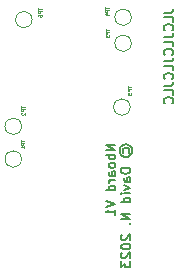
<source format=gbr>
%TF.GenerationSoftware,KiCad,Pcbnew,7.0.6*%
%TF.CreationDate,2024-04-30T22:58:06+02:00*%
%TF.ProjectId,nboard,6e626f61-7264-42e6-9b69-6361645f7063,rev?*%
%TF.SameCoordinates,Original*%
%TF.FileFunction,Legend,Bot*%
%TF.FilePolarity,Positive*%
%FSLAX46Y46*%
G04 Gerber Fmt 4.6, Leading zero omitted, Abs format (unit mm)*
G04 Created by KiCad (PCBNEW 7.0.6) date 2024-04-30 22:58:06*
%MOMM*%
%LPD*%
G01*
G04 APERTURE LIST*
%ADD10C,0.200000*%
%ADD11C,0.150000*%
%ADD12C,0.075000*%
%ADD13C,0.120000*%
G04 APERTURE END LIST*
D10*
X161333695Y-81902054D02*
X160533695Y-81902054D01*
X160533695Y-81902054D02*
X161333695Y-82359197D01*
X161333695Y-82359197D02*
X160533695Y-82359197D01*
X161333695Y-82740149D02*
X160533695Y-82740149D01*
X160838457Y-82740149D02*
X160800361Y-82816339D01*
X160800361Y-82816339D02*
X160800361Y-82968720D01*
X160800361Y-82968720D02*
X160838457Y-83044911D01*
X160838457Y-83044911D02*
X160876552Y-83083006D01*
X160876552Y-83083006D02*
X160952742Y-83121101D01*
X160952742Y-83121101D02*
X161181314Y-83121101D01*
X161181314Y-83121101D02*
X161257504Y-83083006D01*
X161257504Y-83083006D02*
X161295600Y-83044911D01*
X161295600Y-83044911D02*
X161333695Y-82968720D01*
X161333695Y-82968720D02*
X161333695Y-82816339D01*
X161333695Y-82816339D02*
X161295600Y-82740149D01*
X161333695Y-83578244D02*
X161295600Y-83502054D01*
X161295600Y-83502054D02*
X161257504Y-83463959D01*
X161257504Y-83463959D02*
X161181314Y-83425863D01*
X161181314Y-83425863D02*
X160952742Y-83425863D01*
X160952742Y-83425863D02*
X160876552Y-83463959D01*
X160876552Y-83463959D02*
X160838457Y-83502054D01*
X160838457Y-83502054D02*
X160800361Y-83578244D01*
X160800361Y-83578244D02*
X160800361Y-83692530D01*
X160800361Y-83692530D02*
X160838457Y-83768721D01*
X160838457Y-83768721D02*
X160876552Y-83806816D01*
X160876552Y-83806816D02*
X160952742Y-83844911D01*
X160952742Y-83844911D02*
X161181314Y-83844911D01*
X161181314Y-83844911D02*
X161257504Y-83806816D01*
X161257504Y-83806816D02*
X161295600Y-83768721D01*
X161295600Y-83768721D02*
X161333695Y-83692530D01*
X161333695Y-83692530D02*
X161333695Y-83578244D01*
X161333695Y-84530626D02*
X160914647Y-84530626D01*
X160914647Y-84530626D02*
X160838457Y-84492531D01*
X160838457Y-84492531D02*
X160800361Y-84416340D01*
X160800361Y-84416340D02*
X160800361Y-84263959D01*
X160800361Y-84263959D02*
X160838457Y-84187769D01*
X161295600Y-84530626D02*
X161333695Y-84454435D01*
X161333695Y-84454435D02*
X161333695Y-84263959D01*
X161333695Y-84263959D02*
X161295600Y-84187769D01*
X161295600Y-84187769D02*
X161219409Y-84149673D01*
X161219409Y-84149673D02*
X161143219Y-84149673D01*
X161143219Y-84149673D02*
X161067028Y-84187769D01*
X161067028Y-84187769D02*
X161028933Y-84263959D01*
X161028933Y-84263959D02*
X161028933Y-84454435D01*
X161028933Y-84454435D02*
X160990838Y-84530626D01*
X161333695Y-84911579D02*
X160800361Y-84911579D01*
X160952742Y-84911579D02*
X160876552Y-84949674D01*
X160876552Y-84949674D02*
X160838457Y-84987769D01*
X160838457Y-84987769D02*
X160800361Y-85063960D01*
X160800361Y-85063960D02*
X160800361Y-85140150D01*
X161333695Y-85749674D02*
X160533695Y-85749674D01*
X161295600Y-85749674D02*
X161333695Y-85673483D01*
X161333695Y-85673483D02*
X161333695Y-85521102D01*
X161333695Y-85521102D02*
X161295600Y-85444912D01*
X161295600Y-85444912D02*
X161257504Y-85406817D01*
X161257504Y-85406817D02*
X161181314Y-85368721D01*
X161181314Y-85368721D02*
X160952742Y-85368721D01*
X160952742Y-85368721D02*
X160876552Y-85406817D01*
X160876552Y-85406817D02*
X160838457Y-85444912D01*
X160838457Y-85444912D02*
X160800361Y-85521102D01*
X160800361Y-85521102D02*
X160800361Y-85673483D01*
X160800361Y-85673483D02*
X160838457Y-85749674D01*
X160533695Y-86625865D02*
X161333695Y-86892532D01*
X161333695Y-86892532D02*
X160533695Y-87159198D01*
X161333695Y-87844912D02*
X161333695Y-87387769D01*
X161333695Y-87616341D02*
X160533695Y-87616341D01*
X160533695Y-87616341D02*
X160647980Y-87540150D01*
X160647980Y-87540150D02*
X160724171Y-87463960D01*
X160724171Y-87463960D02*
X160762266Y-87387769D01*
X162012171Y-82549673D02*
X161974076Y-82473482D01*
X161974076Y-82473482D02*
X161974076Y-82321101D01*
X161974076Y-82321101D02*
X162012171Y-82244911D01*
X162012171Y-82244911D02*
X162088361Y-82168720D01*
X162088361Y-82168720D02*
X162164552Y-82130625D01*
X162164552Y-82130625D02*
X162316933Y-82130625D01*
X162316933Y-82130625D02*
X162393123Y-82168720D01*
X162393123Y-82168720D02*
X162469314Y-82244911D01*
X162469314Y-82244911D02*
X162507409Y-82321101D01*
X162507409Y-82321101D02*
X162507409Y-82473482D01*
X162507409Y-82473482D02*
X162469314Y-82549673D01*
X161707409Y-82397292D02*
X161745504Y-82206816D01*
X161745504Y-82206816D02*
X161859790Y-82016339D01*
X161859790Y-82016339D02*
X162050266Y-81902054D01*
X162050266Y-81902054D02*
X162240742Y-81863958D01*
X162240742Y-81863958D02*
X162431219Y-81902054D01*
X162431219Y-81902054D02*
X162621695Y-82016339D01*
X162621695Y-82016339D02*
X162735980Y-82206816D01*
X162735980Y-82206816D02*
X162774076Y-82397292D01*
X162774076Y-82397292D02*
X162735980Y-82587768D01*
X162735980Y-82587768D02*
X162621695Y-82778244D01*
X162621695Y-82778244D02*
X162431219Y-82892530D01*
X162431219Y-82892530D02*
X162240742Y-82930625D01*
X162240742Y-82930625D02*
X162050266Y-82892530D01*
X162050266Y-82892530D02*
X161859790Y-82778244D01*
X161859790Y-82778244D02*
X161745504Y-82587768D01*
X161745504Y-82587768D02*
X161707409Y-82397292D01*
X162621695Y-83883007D02*
X161821695Y-83883007D01*
X161821695Y-83883007D02*
X161821695Y-84073483D01*
X161821695Y-84073483D02*
X161859790Y-84187769D01*
X161859790Y-84187769D02*
X161935980Y-84263959D01*
X161935980Y-84263959D02*
X162012171Y-84302054D01*
X162012171Y-84302054D02*
X162164552Y-84340150D01*
X162164552Y-84340150D02*
X162278838Y-84340150D01*
X162278838Y-84340150D02*
X162431219Y-84302054D01*
X162431219Y-84302054D02*
X162507409Y-84263959D01*
X162507409Y-84263959D02*
X162583600Y-84187769D01*
X162583600Y-84187769D02*
X162621695Y-84073483D01*
X162621695Y-84073483D02*
X162621695Y-83883007D01*
X162621695Y-85025864D02*
X162202647Y-85025864D01*
X162202647Y-85025864D02*
X162126457Y-84987769D01*
X162126457Y-84987769D02*
X162088361Y-84911578D01*
X162088361Y-84911578D02*
X162088361Y-84759197D01*
X162088361Y-84759197D02*
X162126457Y-84683007D01*
X162583600Y-85025864D02*
X162621695Y-84949673D01*
X162621695Y-84949673D02*
X162621695Y-84759197D01*
X162621695Y-84759197D02*
X162583600Y-84683007D01*
X162583600Y-84683007D02*
X162507409Y-84644911D01*
X162507409Y-84644911D02*
X162431219Y-84644911D01*
X162431219Y-84644911D02*
X162355028Y-84683007D01*
X162355028Y-84683007D02*
X162316933Y-84759197D01*
X162316933Y-84759197D02*
X162316933Y-84949673D01*
X162316933Y-84949673D02*
X162278838Y-85025864D01*
X162088361Y-85330626D02*
X162621695Y-85521102D01*
X162621695Y-85521102D02*
X162088361Y-85711579D01*
X162621695Y-86016341D02*
X162088361Y-86016341D01*
X161821695Y-86016341D02*
X161859790Y-85978245D01*
X161859790Y-85978245D02*
X161897885Y-86016341D01*
X161897885Y-86016341D02*
X161859790Y-86054436D01*
X161859790Y-86054436D02*
X161821695Y-86016341D01*
X161821695Y-86016341D02*
X161897885Y-86016341D01*
X162621695Y-86740150D02*
X161821695Y-86740150D01*
X162583600Y-86740150D02*
X162621695Y-86663959D01*
X162621695Y-86663959D02*
X162621695Y-86511578D01*
X162621695Y-86511578D02*
X162583600Y-86435388D01*
X162583600Y-86435388D02*
X162545504Y-86397293D01*
X162545504Y-86397293D02*
X162469314Y-86359197D01*
X162469314Y-86359197D02*
X162240742Y-86359197D01*
X162240742Y-86359197D02*
X162164552Y-86397293D01*
X162164552Y-86397293D02*
X162126457Y-86435388D01*
X162126457Y-86435388D02*
X162088361Y-86511578D01*
X162088361Y-86511578D02*
X162088361Y-86663959D01*
X162088361Y-86663959D02*
X162126457Y-86740150D01*
X162621695Y-87730627D02*
X161821695Y-87730627D01*
X161821695Y-87730627D02*
X162621695Y-88187770D01*
X162621695Y-88187770D02*
X161821695Y-88187770D01*
X162545504Y-88568722D02*
X162583600Y-88606817D01*
X162583600Y-88606817D02*
X162621695Y-88568722D01*
X162621695Y-88568722D02*
X162583600Y-88530626D01*
X162583600Y-88530626D02*
X162545504Y-88568722D01*
X162545504Y-88568722D02*
X162621695Y-88568722D01*
X161897885Y-89521102D02*
X161859790Y-89559198D01*
X161859790Y-89559198D02*
X161821695Y-89635388D01*
X161821695Y-89635388D02*
X161821695Y-89825864D01*
X161821695Y-89825864D02*
X161859790Y-89902055D01*
X161859790Y-89902055D02*
X161897885Y-89940150D01*
X161897885Y-89940150D02*
X161974076Y-89978245D01*
X161974076Y-89978245D02*
X162050266Y-89978245D01*
X162050266Y-89978245D02*
X162164552Y-89940150D01*
X162164552Y-89940150D02*
X162621695Y-89483007D01*
X162621695Y-89483007D02*
X162621695Y-89978245D01*
X161821695Y-90473484D02*
X161821695Y-90549674D01*
X161821695Y-90549674D02*
X161859790Y-90625865D01*
X161859790Y-90625865D02*
X161897885Y-90663960D01*
X161897885Y-90663960D02*
X161974076Y-90702055D01*
X161974076Y-90702055D02*
X162126457Y-90740150D01*
X162126457Y-90740150D02*
X162316933Y-90740150D01*
X162316933Y-90740150D02*
X162469314Y-90702055D01*
X162469314Y-90702055D02*
X162545504Y-90663960D01*
X162545504Y-90663960D02*
X162583600Y-90625865D01*
X162583600Y-90625865D02*
X162621695Y-90549674D01*
X162621695Y-90549674D02*
X162621695Y-90473484D01*
X162621695Y-90473484D02*
X162583600Y-90397293D01*
X162583600Y-90397293D02*
X162545504Y-90359198D01*
X162545504Y-90359198D02*
X162469314Y-90321103D01*
X162469314Y-90321103D02*
X162316933Y-90283007D01*
X162316933Y-90283007D02*
X162126457Y-90283007D01*
X162126457Y-90283007D02*
X161974076Y-90321103D01*
X161974076Y-90321103D02*
X161897885Y-90359198D01*
X161897885Y-90359198D02*
X161859790Y-90397293D01*
X161859790Y-90397293D02*
X161821695Y-90473484D01*
X161897885Y-91044912D02*
X161859790Y-91083008D01*
X161859790Y-91083008D02*
X161821695Y-91159198D01*
X161821695Y-91159198D02*
X161821695Y-91349674D01*
X161821695Y-91349674D02*
X161859790Y-91425865D01*
X161859790Y-91425865D02*
X161897885Y-91463960D01*
X161897885Y-91463960D02*
X161974076Y-91502055D01*
X161974076Y-91502055D02*
X162050266Y-91502055D01*
X162050266Y-91502055D02*
X162164552Y-91463960D01*
X162164552Y-91463960D02*
X162621695Y-91006817D01*
X162621695Y-91006817D02*
X162621695Y-91502055D01*
X161821695Y-91768722D02*
X161821695Y-92263960D01*
X161821695Y-92263960D02*
X162126457Y-91997294D01*
X162126457Y-91997294D02*
X162126457Y-92111579D01*
X162126457Y-92111579D02*
X162164552Y-92187770D01*
X162164552Y-92187770D02*
X162202647Y-92225865D01*
X162202647Y-92225865D02*
X162278838Y-92263960D01*
X162278838Y-92263960D02*
X162469314Y-92263960D01*
X162469314Y-92263960D02*
X162545504Y-92225865D01*
X162545504Y-92225865D02*
X162583600Y-92187770D01*
X162583600Y-92187770D02*
X162621695Y-92111579D01*
X162621695Y-92111579D02*
X162621695Y-91883008D01*
X162621695Y-91883008D02*
X162583600Y-91806817D01*
X162583600Y-91806817D02*
X162545504Y-91768722D01*
D11*
X165444295Y-70717731D02*
X166015723Y-70717731D01*
X166015723Y-70717731D02*
X166130009Y-70679636D01*
X166130009Y-70679636D02*
X166206200Y-70603445D01*
X166206200Y-70603445D02*
X166244295Y-70489160D01*
X166244295Y-70489160D02*
X166244295Y-70412969D01*
X166244295Y-71479636D02*
X166244295Y-71098684D01*
X166244295Y-71098684D02*
X165444295Y-71098684D01*
X166168104Y-72203446D02*
X166206200Y-72165350D01*
X166206200Y-72165350D02*
X166244295Y-72051065D01*
X166244295Y-72051065D02*
X166244295Y-71974874D01*
X166244295Y-71974874D02*
X166206200Y-71860588D01*
X166206200Y-71860588D02*
X166130009Y-71784398D01*
X166130009Y-71784398D02*
X166053819Y-71746303D01*
X166053819Y-71746303D02*
X165901438Y-71708207D01*
X165901438Y-71708207D02*
X165787152Y-71708207D01*
X165787152Y-71708207D02*
X165634771Y-71746303D01*
X165634771Y-71746303D02*
X165558580Y-71784398D01*
X165558580Y-71784398D02*
X165482390Y-71860588D01*
X165482390Y-71860588D02*
X165444295Y-71974874D01*
X165444295Y-71974874D02*
X165444295Y-72051065D01*
X165444295Y-72051065D02*
X165482390Y-72165350D01*
X165482390Y-72165350D02*
X165520485Y-72203446D01*
X165444295Y-72774874D02*
X166015723Y-72774874D01*
X166015723Y-72774874D02*
X166130009Y-72736779D01*
X166130009Y-72736779D02*
X166206200Y-72660588D01*
X166206200Y-72660588D02*
X166244295Y-72546303D01*
X166244295Y-72546303D02*
X166244295Y-72470112D01*
X166244295Y-73536779D02*
X166244295Y-73155827D01*
X166244295Y-73155827D02*
X165444295Y-73155827D01*
X166168104Y-74260589D02*
X166206200Y-74222493D01*
X166206200Y-74222493D02*
X166244295Y-74108208D01*
X166244295Y-74108208D02*
X166244295Y-74032017D01*
X166244295Y-74032017D02*
X166206200Y-73917731D01*
X166206200Y-73917731D02*
X166130009Y-73841541D01*
X166130009Y-73841541D02*
X166053819Y-73803446D01*
X166053819Y-73803446D02*
X165901438Y-73765350D01*
X165901438Y-73765350D02*
X165787152Y-73765350D01*
X165787152Y-73765350D02*
X165634771Y-73803446D01*
X165634771Y-73803446D02*
X165558580Y-73841541D01*
X165558580Y-73841541D02*
X165482390Y-73917731D01*
X165482390Y-73917731D02*
X165444295Y-74032017D01*
X165444295Y-74032017D02*
X165444295Y-74108208D01*
X165444295Y-74108208D02*
X165482390Y-74222493D01*
X165482390Y-74222493D02*
X165520485Y-74260589D01*
X165444295Y-74832017D02*
X166015723Y-74832017D01*
X166015723Y-74832017D02*
X166130009Y-74793922D01*
X166130009Y-74793922D02*
X166206200Y-74717731D01*
X166206200Y-74717731D02*
X166244295Y-74603446D01*
X166244295Y-74603446D02*
X166244295Y-74527255D01*
X166244295Y-75593922D02*
X166244295Y-75212970D01*
X166244295Y-75212970D02*
X165444295Y-75212970D01*
X166168104Y-76317732D02*
X166206200Y-76279636D01*
X166206200Y-76279636D02*
X166244295Y-76165351D01*
X166244295Y-76165351D02*
X166244295Y-76089160D01*
X166244295Y-76089160D02*
X166206200Y-75974874D01*
X166206200Y-75974874D02*
X166130009Y-75898684D01*
X166130009Y-75898684D02*
X166053819Y-75860589D01*
X166053819Y-75860589D02*
X165901438Y-75822493D01*
X165901438Y-75822493D02*
X165787152Y-75822493D01*
X165787152Y-75822493D02*
X165634771Y-75860589D01*
X165634771Y-75860589D02*
X165558580Y-75898684D01*
X165558580Y-75898684D02*
X165482390Y-75974874D01*
X165482390Y-75974874D02*
X165444295Y-76089160D01*
X165444295Y-76089160D02*
X165444295Y-76165351D01*
X165444295Y-76165351D02*
X165482390Y-76279636D01*
X165482390Y-76279636D02*
X165520485Y-76317732D01*
X165444295Y-76889160D02*
X166015723Y-76889160D01*
X166015723Y-76889160D02*
X166130009Y-76851065D01*
X166130009Y-76851065D02*
X166206200Y-76774874D01*
X166206200Y-76774874D02*
X166244295Y-76660589D01*
X166244295Y-76660589D02*
X166244295Y-76584398D01*
X166244295Y-77651065D02*
X166244295Y-77270113D01*
X166244295Y-77270113D02*
X165444295Y-77270113D01*
X166168104Y-78374875D02*
X166206200Y-78336779D01*
X166206200Y-78336779D02*
X166244295Y-78222494D01*
X166244295Y-78222494D02*
X166244295Y-78146303D01*
X166244295Y-78146303D02*
X166206200Y-78032017D01*
X166206200Y-78032017D02*
X166130009Y-77955827D01*
X166130009Y-77955827D02*
X166053819Y-77917732D01*
X166053819Y-77917732D02*
X165901438Y-77879636D01*
X165901438Y-77879636D02*
X165787152Y-77879636D01*
X165787152Y-77879636D02*
X165634771Y-77917732D01*
X165634771Y-77917732D02*
X165558580Y-77955827D01*
X165558580Y-77955827D02*
X165482390Y-78032017D01*
X165482390Y-78032017D02*
X165444295Y-78146303D01*
X165444295Y-78146303D02*
X165444295Y-78222494D01*
X165444295Y-78222494D02*
X165482390Y-78336779D01*
X165482390Y-78336779D02*
X165520485Y-78374875D01*
D12*
X160514885Y-72071429D02*
X160514885Y-72242858D01*
X160814885Y-72157143D02*
X160514885Y-72157143D01*
X160814885Y-72342857D02*
X160514885Y-72342857D01*
X160514885Y-72342857D02*
X160514885Y-72457143D01*
X160514885Y-72457143D02*
X160529171Y-72485714D01*
X160529171Y-72485714D02*
X160543457Y-72500000D01*
X160543457Y-72500000D02*
X160572028Y-72514286D01*
X160572028Y-72514286D02*
X160614885Y-72514286D01*
X160614885Y-72514286D02*
X160643457Y-72500000D01*
X160643457Y-72500000D02*
X160657742Y-72485714D01*
X160657742Y-72485714D02*
X160672028Y-72457143D01*
X160672028Y-72457143D02*
X160672028Y-72342857D01*
X160514885Y-72614286D02*
X160514885Y-72800000D01*
X160514885Y-72800000D02*
X160629171Y-72700000D01*
X160629171Y-72700000D02*
X160629171Y-72742857D01*
X160629171Y-72742857D02*
X160643457Y-72771429D01*
X160643457Y-72771429D02*
X160657742Y-72785714D01*
X160657742Y-72785714D02*
X160686314Y-72800000D01*
X160686314Y-72800000D02*
X160757742Y-72800000D01*
X160757742Y-72800000D02*
X160786314Y-72785714D01*
X160786314Y-72785714D02*
X160800600Y-72771429D01*
X160800600Y-72771429D02*
X160814885Y-72742857D01*
X160814885Y-72742857D02*
X160814885Y-72657143D01*
X160814885Y-72657143D02*
X160800600Y-72628571D01*
X160800600Y-72628571D02*
X160786314Y-72614286D01*
X153344885Y-81461429D02*
X153344885Y-81632858D01*
X153644885Y-81547143D02*
X153344885Y-81547143D01*
X153644885Y-81732857D02*
X153344885Y-81732857D01*
X153344885Y-81732857D02*
X153344885Y-81847143D01*
X153344885Y-81847143D02*
X153359171Y-81875714D01*
X153359171Y-81875714D02*
X153373457Y-81890000D01*
X153373457Y-81890000D02*
X153402028Y-81904286D01*
X153402028Y-81904286D02*
X153444885Y-81904286D01*
X153444885Y-81904286D02*
X153473457Y-81890000D01*
X153473457Y-81890000D02*
X153487742Y-81875714D01*
X153487742Y-81875714D02*
X153502028Y-81847143D01*
X153502028Y-81847143D02*
X153502028Y-81732857D01*
X153644885Y-82190000D02*
X153644885Y-82018571D01*
X153644885Y-82104286D02*
X153344885Y-82104286D01*
X153344885Y-82104286D02*
X153387742Y-82075714D01*
X153387742Y-82075714D02*
X153416314Y-82047143D01*
X153416314Y-82047143D02*
X153430600Y-82018571D01*
X153394885Y-78631429D02*
X153394885Y-78802858D01*
X153694885Y-78717143D02*
X153394885Y-78717143D01*
X153694885Y-78902857D02*
X153394885Y-78902857D01*
X153394885Y-78902857D02*
X153394885Y-79017143D01*
X153394885Y-79017143D02*
X153409171Y-79045714D01*
X153409171Y-79045714D02*
X153423457Y-79060000D01*
X153423457Y-79060000D02*
X153452028Y-79074286D01*
X153452028Y-79074286D02*
X153494885Y-79074286D01*
X153494885Y-79074286D02*
X153523457Y-79060000D01*
X153523457Y-79060000D02*
X153537742Y-79045714D01*
X153537742Y-79045714D02*
X153552028Y-79017143D01*
X153552028Y-79017143D02*
X153552028Y-78902857D01*
X153423457Y-79188571D02*
X153409171Y-79202857D01*
X153409171Y-79202857D02*
X153394885Y-79231429D01*
X153394885Y-79231429D02*
X153394885Y-79302857D01*
X153394885Y-79302857D02*
X153409171Y-79331429D01*
X153409171Y-79331429D02*
X153423457Y-79345714D01*
X153423457Y-79345714D02*
X153452028Y-79360000D01*
X153452028Y-79360000D02*
X153480600Y-79360000D01*
X153480600Y-79360000D02*
X153523457Y-79345714D01*
X153523457Y-79345714D02*
X153694885Y-79174286D01*
X153694885Y-79174286D02*
X153694885Y-79360000D01*
X154814885Y-70331429D02*
X154814885Y-70502858D01*
X155114885Y-70417143D02*
X154814885Y-70417143D01*
X155114885Y-70602857D02*
X154814885Y-70602857D01*
X154814885Y-70602857D02*
X154814885Y-70717143D01*
X154814885Y-70717143D02*
X154829171Y-70745714D01*
X154829171Y-70745714D02*
X154843457Y-70760000D01*
X154843457Y-70760000D02*
X154872028Y-70774286D01*
X154872028Y-70774286D02*
X154914885Y-70774286D01*
X154914885Y-70774286D02*
X154943457Y-70760000D01*
X154943457Y-70760000D02*
X154957742Y-70745714D01*
X154957742Y-70745714D02*
X154972028Y-70717143D01*
X154972028Y-70717143D02*
X154972028Y-70602857D01*
X154814885Y-71031429D02*
X154814885Y-70974286D01*
X154814885Y-70974286D02*
X154829171Y-70945714D01*
X154829171Y-70945714D02*
X154843457Y-70931429D01*
X154843457Y-70931429D02*
X154886314Y-70902857D01*
X154886314Y-70902857D02*
X154943457Y-70888571D01*
X154943457Y-70888571D02*
X155057742Y-70888571D01*
X155057742Y-70888571D02*
X155086314Y-70902857D01*
X155086314Y-70902857D02*
X155100600Y-70917143D01*
X155100600Y-70917143D02*
X155114885Y-70945714D01*
X155114885Y-70945714D02*
X155114885Y-71002857D01*
X155114885Y-71002857D02*
X155100600Y-71031429D01*
X155100600Y-71031429D02*
X155086314Y-71045714D01*
X155086314Y-71045714D02*
X155057742Y-71060000D01*
X155057742Y-71060000D02*
X154986314Y-71060000D01*
X154986314Y-71060000D02*
X154957742Y-71045714D01*
X154957742Y-71045714D02*
X154943457Y-71031429D01*
X154943457Y-71031429D02*
X154929171Y-71002857D01*
X154929171Y-71002857D02*
X154929171Y-70945714D01*
X154929171Y-70945714D02*
X154943457Y-70917143D01*
X154943457Y-70917143D02*
X154957742Y-70902857D01*
X154957742Y-70902857D02*
X154986314Y-70888571D01*
X162374885Y-76931429D02*
X162374885Y-77102858D01*
X162674885Y-77017143D02*
X162374885Y-77017143D01*
X162674885Y-77202857D02*
X162374885Y-77202857D01*
X162374885Y-77202857D02*
X162374885Y-77317143D01*
X162374885Y-77317143D02*
X162389171Y-77345714D01*
X162389171Y-77345714D02*
X162403457Y-77360000D01*
X162403457Y-77360000D02*
X162432028Y-77374286D01*
X162432028Y-77374286D02*
X162474885Y-77374286D01*
X162474885Y-77374286D02*
X162503457Y-77360000D01*
X162503457Y-77360000D02*
X162517742Y-77345714D01*
X162517742Y-77345714D02*
X162532028Y-77317143D01*
X162532028Y-77317143D02*
X162532028Y-77202857D01*
X162374885Y-77645714D02*
X162374885Y-77502857D01*
X162374885Y-77502857D02*
X162517742Y-77488571D01*
X162517742Y-77488571D02*
X162503457Y-77502857D01*
X162503457Y-77502857D02*
X162489171Y-77531429D01*
X162489171Y-77531429D02*
X162489171Y-77602857D01*
X162489171Y-77602857D02*
X162503457Y-77631429D01*
X162503457Y-77631429D02*
X162517742Y-77645714D01*
X162517742Y-77645714D02*
X162546314Y-77660000D01*
X162546314Y-77660000D02*
X162617742Y-77660000D01*
X162617742Y-77660000D02*
X162646314Y-77645714D01*
X162646314Y-77645714D02*
X162660600Y-77631429D01*
X162660600Y-77631429D02*
X162674885Y-77602857D01*
X162674885Y-77602857D02*
X162674885Y-77531429D01*
X162674885Y-77531429D02*
X162660600Y-77502857D01*
X162660600Y-77502857D02*
X162646314Y-77488571D01*
X160474885Y-70191429D02*
X160474885Y-70362858D01*
X160774885Y-70277143D02*
X160474885Y-70277143D01*
X160774885Y-70462857D02*
X160474885Y-70462857D01*
X160474885Y-70462857D02*
X160474885Y-70577143D01*
X160474885Y-70577143D02*
X160489171Y-70605714D01*
X160489171Y-70605714D02*
X160503457Y-70620000D01*
X160503457Y-70620000D02*
X160532028Y-70634286D01*
X160532028Y-70634286D02*
X160574885Y-70634286D01*
X160574885Y-70634286D02*
X160603457Y-70620000D01*
X160603457Y-70620000D02*
X160617742Y-70605714D01*
X160617742Y-70605714D02*
X160632028Y-70577143D01*
X160632028Y-70577143D02*
X160632028Y-70462857D01*
X160574885Y-70891429D02*
X160774885Y-70891429D01*
X160460600Y-70820000D02*
X160674885Y-70748571D01*
X160674885Y-70748571D02*
X160674885Y-70934286D01*
D13*
%TO.C,TP3*%
X162700000Y-73300000D02*
G75*
G03*
X162700000Y-73300000I-700000J0D01*
G01*
%TO.C,TP1*%
X153400000Y-83100000D02*
G75*
G03*
X153400000Y-83100000I-700000J0D01*
G01*
%TO.C,TP2*%
X153400000Y-80330000D02*
G75*
G03*
X153400000Y-80330000I-700000J0D01*
G01*
%TO.C,TP6*%
X154300000Y-71300000D02*
G75*
G03*
X154300000Y-71300000I-700000J0D01*
G01*
%TO.C,TP5*%
X162600000Y-78700000D02*
G75*
G03*
X162600000Y-78700000I-700000J0D01*
G01*
%TO.C,TP4*%
X162700000Y-71100000D02*
G75*
G03*
X162700000Y-71100000I-700000J0D01*
G01*
%TD*%
M02*

</source>
